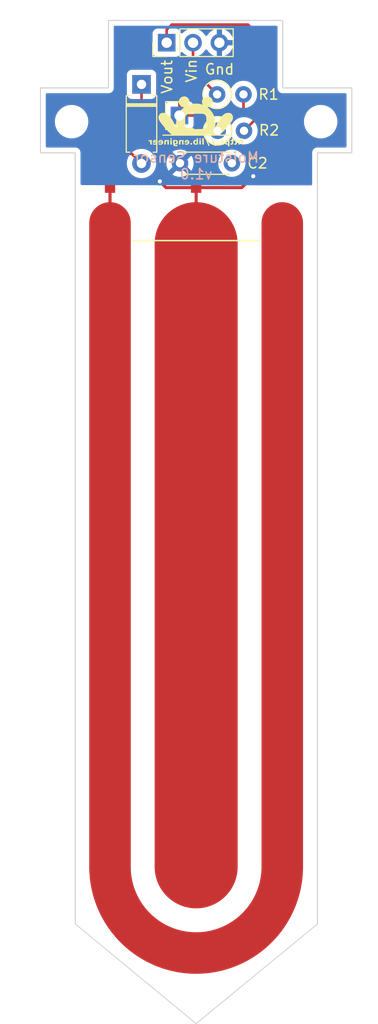
<source format=kicad_pcb>
(kicad_pcb (version 20211014) (generator pcbnew)
  (layers (0 "F.Cu" signal) (31 "B.Cu" power) (34 "B.Paste" user) (35 "F.Paste" user) (36 "B.SilkS" user "B.Silkscreen") (37 "F.SilkS" user "F.Silkscreen") (38 "B.Mask" user) (39 "F.Mask" user) (44 "Edge.Cuts" user))
  (net 0 "")
  (net 1 "GND")
  (net 2 "Net-(D1-Pad1)")
  (net 3 "/Test")
  (net 4 "/Vout")
  (net 5 "/Vin")
  (footprint "Resistor_THT:R_Axial_DIN0207_L6.3mm_D2.5mm_P2.54mm_Vertical" (layer "F.Cu") (at 122.0726 87.6299)
    (fp_text reference "R2" (at 4.9566 -0.0508) (layer "F.SilkS"))
    (fp_text value "100" hide)
    (fp_line (start 1.37 0) (end 1.44 0) (layer "F.SilkS") (width 0.12))
    (fp_circle (center 0 0) (end 1.37 0) (layer "F.SilkS") (width 0.12) (fill none))
    (pad "1" thru_hole circle (at 0 0) (size 1.6 1.6) (drill 0.8) (layers *.Cu *.Mask) (net 2 "Net-(D1-Pad1)"))
    (pad "2" thru_hole oval (at 2.54 0) (size 1.6 1.6) (drill 0.8) (layers *.Cu *.Mask) (net 4 "/Vout"))
  )
  (footprint "lib:Moisture_Capacitor" (layer "F.Cu") (at 120 95.5)
    (fp_text reference "C1" hide)
    (fp_text value "C" hide)
    (fp_line (start -8.3 -1.85) (end -8.3 -0.35) (layer "F.Cu") (width 0.3))
    (fp_line (start 0 3) (end 0 63) (layer "F.Cu") (width 8))
    (fp_line (start 8.3 1) (end 8.3 63) (layer "F.Cu") (width 4))
    (fp_line (start 0 -1.85) (end 0 -0.35) (layer "F.Cu") (width 0.3))
    (fp_line (start -8.3 1) (end -8.3 63) (layer "F.Cu") (width 4))
    (fp_arc (start 8.3 63) (mid 0 71.3) (end -8.3 63) (layer "F.Cu") (width 4))
    (pad "1" smd rect (at -8.3 -2.4) (size 1 1) (layers "F.Cu" "F.Paste" "F.Mask") (net 3 "/Test"))
    (pad "2" smd rect (at 0 -2.4) (size 1 1) (layers "F.Cu" "F.Paste" "F.Mask") (net 1 "GND"))
  )
  (footprint "MountingHole:MountingHole_2.2mm_M2" (layer "F.Cu") (at 108 86.75)
    (fp_text reference "H1" hide)
    (fp_text value "MountingHole" hide)
    (pad "" np_thru_hole circle (at 0 0) (size 2.2 2.2) (drill 2.2) (layers *.Cu *.Mask))
  )
  (footprint "Capacitor_THT:C_Disc_D4.3mm_W1.9mm_P5.00mm" (layer "F.Cu") (at 123.444 90.75 180)
    (fp_text reference "C2" (at -2.4676 0) (layer "F.SilkS"))
    (fp_text value "10pF" hide)
    (fp_line (start 0.23 1.055) (end 0.23 1.07) (layer "F.SilkS") (width 0.12))
    (fp_line (start 4.77 1.055) (end 4.77 1.07) (layer "F.SilkS") (width 0.12))
    (fp_line (start 0.23 1.07) (end 4.77 1.07) (layer "F.SilkS") (width 0.12))
    (fp_line (start 0.23 -1.07) (end 0.23 -1.055) (layer "F.SilkS") (width 0.12))
    (fp_line (start 0.23 -1.07) (end 4.77 -1.07) (layer "F.SilkS") (width 0.12))
    (fp_line (start 4.77 -1.07) (end 4.77 -1.055) (layer "F.SilkS") (width 0.12))
    (pad "1" thru_hole circle (at 0 0 180) (size 1.6 1.6) (drill 0.8) (layers *.Cu *.Mask) (net 4 "/Vout"))
    (pad "2" thru_hole circle (at 5 0 180) (size 1.6 1.6) (drill 0.8) (layers *.Cu *.Mask) (net 1 "GND"))
  )
  (footprint "MountingHole:MountingHole_2.2mm_M2" (layer "F.Cu") (at 132 86.75)
    (fp_text reference "H2" hide)
    (fp_text value "MountingHole" hide)
    (pad "" np_thru_hole circle (at 0 0) (size 2.2 2.2) (drill 2.2) (layers *.Cu *.Mask))
  )
  (footprint "Diode_THT:D_A-405_P7.62mm_Horizontal" (layer "F.Cu") (at 114.7356 83.1595 -90)
    (fp_text reference "D1" hide)
    (fp_text value "D" hide)
    (fp_line (start 1.09 -1.14) (end 1.09 -1.47) (layer "F.SilkS") (width 0.12))
    (fp_line (start 1.09 -1.47) (end 6.53 -1.47) (layer "F.SilkS") (width 0.12))
    (fp_line (start 2.11 -1.47) (end 2.11 1.47) (layer "F.SilkS") (width 0.12))
    (fp_line (start 1.09 1.14) (end 1.09 1.47) (layer "F.SilkS") (width 0.12))
    (fp_line (start 6.53 1.47) (end 6.53 1.14) (layer "F.SilkS") (width 0.12))
    (fp_line (start 6.53 -1.47) (end 6.53 -1.14) (layer "F.SilkS") (width 0.12))
    (fp_line (start 1.09 1.47) (end 6.53 1.47) (layer "F.SilkS") (width 0.12))
    (fp_line (start 1.99 -1.47) (end 1.99 1.47) (layer "F.SilkS") (width 0.12))
    (fp_line (start 1.87 -1.47) (end 1.87 1.47) (layer "F.SilkS") (width 0.12))
    (pad "1" thru_hole rect (at 0 0 270) (size 1.8 1.8) (drill 0.9) (layers *.Cu *.Mask) (net 2 "Net-(D1-Pad1)"))
    (pad "2" thru_hole oval (at 7.62 0 270) (size 1.8 1.8) (drill 0.9) (layers *.Cu *.Mask) (net 3 "/Test"))
  )
  (footprint "Connector_PinHeader_2.54mm:PinHeader_1x03_P2.54mm_Vertical" (layer "F.Cu") (at 117.1598 79.1463 90)
    (fp_text reference "J1" hide)
    (fp_text value "Conn_01x03_Male" hide)
    (fp_line (start -1.33 1.27) (end 1.33 1.27) (layer "F.SilkS") (width 0.12))
    (fp_line (start -1.33 1.27) (end -1.33 6.41) (layer "F.SilkS") (width 0.12))
    (fp_line (start 1.33 1.27) (end 1.33 6.41) (layer "F.SilkS") (width 0.12))
    (fp_line (start -1.33 6.41) (end 1.33 6.41) (layer "F.SilkS") (width 0.12))
    (fp_line (start -1.33 0) (end -1.33 -1.33) (layer "F.SilkS") (width 0.12))
    (fp_line (start -1.33 -1.33) (end 0 -1.33) (layer "F.SilkS") (width 0.12))
    (pad "1" thru_hole rect (at 0 0 90) (size 1.7 1.7) (drill 1) (layers *.Cu *.Mask) (net 4 "/Vout"))
    (pad "2" thru_hole oval (at 0 2.54 90) (size 1.7 1.7) (drill 1) (layers *.Cu *.Mask) (net 5 "/Vin"))
    (pad "3" thru_hole oval (at 0 5.08 90) (size 1.7 1.7) (drill 1) (layers *.Cu *.Mask) (net 1 "GND"))
  )
  (footprint "Connector_PinHeader_2.54mm:PinHeader_1x01_P2.54mm_Vertical" (layer "F.Cu") (at 118.3932 86.1567)
    (fp_text reference "J2" hide)
    (fp_text value "Conn_01x01_Male" hide)
    (fp_line (start 1.33 1.27) (end 1.33 1.33) (layer "F.SilkS") (width 0.12))
    (fp_line (start -1.33 -1.33) (end 0 -1.33) (layer "F.SilkS") (width 0.12))
    (fp_line (start -1.33 1.33) (end 1.33 1.33) (layer "F.SilkS") (width 0.12))
    (fp_line (start -1.33 1.27) (end 1.33 1.27) (layer "F.SilkS") (width 0.12))
    (fp_line (start -1.33 1.27) (end -1.33 1.33) (layer "F.SilkS") (width 0.12))
    (fp_line (start -1.33 0) (end -1.33 -1.33) (layer "F.SilkS") (width 0.12))
    (pad "1" thru_hole rect (at 0 0) (size 1.7 1.7) (drill 1) (layers *.Cu *.Mask) (net 3 "/Test"))
  )
  (footprint "Resistor_THT:R_Axial_DIN0207_L6.3mm_D2.5mm_P2.54mm_Vertical" (layer "F.Cu") (at 122.0218 84.1247)
    (fp_text reference "R1" (at 4.9566 0) (layer "F.SilkS"))
    (fp_text value "1M" hide)
    (fp_line (start 1.37 0) (end 1.44 0) (layer "F.SilkS") (width 0.12))
    (fp_circle (center 0 0) (end 1.37 0) (layer "F.SilkS") (width 0.12) (fill none))
    (pad "1" thru_hole circle (at 0 0) (size 1.6 1.6) (drill 0.8) (layers *.Cu *.Mask) (net 5 "/Vin"))
    (pad "2" thru_hole oval (at 2.54 0) (size 1.6 1.6) (drill 0.8) (layers *.Cu *.Mask) (net 3 "/Test"))
  )
  (footprint "lib:eFrog-pcb-bottom" (layer "B.Cu") (at 120 86.75 180)
    (fp_text reference "G***" hide)
    (fp_text value "LOGO" hide)
    (fp_poly (pts (xy -0.040894 -1.808857) (xy 0.014864 -1.780024) (xy 0.094817 -1.753768) (xy 0.165942 -1.76356) (xy 0.21609 -1.795235) (xy 0.254508 -1.850118) (xy 0.27609 -1.926173) (xy 0.279211 -2.009969) (xy 0.262247 -2.088078) (xy 0.253802 -2.106857) (xy 0.215041 -2.15617) (xy 0.160428 -2.195505) (xy 0.100543 -2.22037) (xy 0.045968 -2.226275) (xy 0.00914 -2.210699) (xy -0.01611 -2.203751) (xy -0.064577 -2.201415) (xy -0.088504 -2.20212) (xy -0.173186 -2.206503) (xy -0.173186 -2.110268) (xy -0.040894 -2.110268) (xy 0.024587 -2.110268) (xy 0.080264 -2.100973) (xy 0.110725 -2.07167) (xy 0.124659 -2.021372) (xy 0.12436 -1.961706) (xy 0.111536 -1.908329) (xy 0.089598 -1.877888) (xy 0.049332 -1.867992) (xy 0.009278 -1.87161) (xy -0.018659 -1.881345) (xy -0.033682 -1.899258) (xy -0.039768 -1.935309) (xy -0.040894 -1.997235) (xy -0.040894 -2.110268) (xy -0.173186 -2.110268) (xy -0.173186 -1.6) (xy -0.040894 -1.6)) (layer "F.SilkS") (width 0) (fill solid))
    (fp_poly (pts (xy -0.305477 -2.204762) (xy -0.456668 -2.204762) (xy -0.456668 -1.770089) (xy -0.305477 -1.770089)) (layer "F.SilkS") (width 0) (fill solid))
    (fp_poly (pts (xy 4.014807 -1.758998) (xy 4.092736 -1.790198) (xy 4.146192 -1.847099) (xy 4.171786 -1.927044) (xy 4.173541 -1.958139) (xy 4.173541 -2.015774) (xy 4.012901 -2.015774) (xy 3.928042 -2.017526) (xy 3.87722 -2.024032) (xy 3.856782 -2.037169) (xy 3.863076 -2.058811) (xy 3.883582 -2.082193) (xy 3.92443 -2.100703) (xy 3.989127 -2.10613) (xy 4.066063 -2.098474) (xy 4.131018 -2.082147) (xy 4.160792 -2.076783) (xy 4.172065 -2.094214) (xy 4.173541 -2.125114) (xy 4.166576 -2.168155) (xy 4.138309 -2.193131) (xy 4.114024 -2.202913) (xy 4.026178 -2.22038) (xy 3.930826 -2.219008) (xy 3.847657 -2.199214) (xy 3.842811 -2.197155) (xy 3.770129 -2.153058) (xy 3.727954 -2.094551) (xy 3.711293 -2.013655) (xy 3.71052 -1.985805) (xy 3.713622 -1.921202) (xy 3.723946 -1.887522) (xy 3.859368 -1.887522) (xy 3.862042 -1.908327) (xy 3.900158 -1.919597) (xy 3.935731 -1.92128) (xy 3.992597 -1.917615) (xy 4.018727 -1.905224) (xy 4.02235 -1.893292) (xy 4.006164 -1.868552) (xy 3.967937 -1.852416) (xy 3.923166 -1.84906) (xy 3.892983 -1.858426) (xy 3.859368 -1.887522) (xy 3.723946 -1.887522) (xy 3.726994 -1.877579) (xy 3.75674 -1.838352) (xy 3.769642 -1.825087) (xy 3.830956 -1.778896) (xy 3.904745 -1.757543) (xy 3.915795 -1.756155)) (layer "F.SilkS") (width 0) (fill solid))
    (fp_poly (pts (xy -1.987471 -1.92128) (xy -2.157561 -1.92128) (xy -2.157561 -1.770089) (xy -1.987471 -1.770089)) (layer "F.SilkS") (width 0) (fill solid))
    (fp_poly (pts (xy 2.491547 -2.204762) (xy 2.340356 -2.204762) (xy 2.340356 -1.770089) (xy 2.491547 -1.770089)) (layer "F.SilkS") (width 0) (fill solid))
    (fp_poly (pts (xy 0.544969 -2.204762) (xy 0.393779 -2.204762) (xy 0.393779 -2.053571) (xy 0.544969 -2.053571)) (layer "F.SilkS") (width 0) (fill solid))
    (fp_poly (pts (xy -1.458344 -1.603802) (xy -1.439533 -1.612467) (xy -1.439406 -1.613489) (xy -1.446442 -1.635016) (xy -1.466069 -1.685802) (xy -1.496061 -1.760332) (xy -1.534194 -1.853093) (xy -1.578244 -1.958569) (xy -1.586634 -1.978488) (xy -1.636773 -2.096971) (xy -1.674984 -2.185167) (xy -1.703945 -2.247648) (xy -1.726335 -2.288989) (xy -1.744831 -2.313764) (xy -1.762112 -2.326545) (xy -1.780855 -2.331908) (xy -1.79452 -2.333526) (xy -1.835686 -2.333419) (xy -1.854525 -2.325209) (xy -1.854655 -2.324077) (xy -1.847463 -2.30271) (xy -1.827705 -2.252063) (xy -1.797613 -2.177637) (xy -1.759413 -2.084933) (xy -1.715337 -1.979454) (xy -1.706758 -1.959077) (xy -1.656582 -1.840468) (xy -1.618321 -1.752158) (xy -1.58931 -1.689576) (xy -1.566883 -1.648151) (xy -1.548373 -1.62331) (xy -1.531114 -1.610482) (xy -1.512439 -1.605095) (xy -1.499396 -1.603527)) (layer "F.SilkS") (width 0) (fill solid))
    (fp_poly (pts (xy 3.474617 -1.757722) (xy 3.549643 -1.790277) (xy 3.606134 -1.847704) (xy 3.637181 -1.926825) (xy 3.638825 -1.937295) (xy 3.649351 -2.015774) (xy 3.486222 -2.015774) (xy 3.403566 -2.017189) (xy 3.35279 -2.022054) (xy 3.328059 -2.031301) (xy 3.323094 -2.041808) (xy 3.339653 -2.08141) (xy 3.387414 -2.10339) (xy 3.463507 -2.106483) (xy 3.469014 -2.106031) (xy 3.53015 -2.098224) (xy 3.579284 -2.087787) (xy 3.592402 -2.08325) (xy 3.615407 -2.078997) (xy 3.624411 -2.09997) (xy 3.625475 -2.127612) (xy 3.617441 -2.174754) (xy 3.5873 -2.200922) (xy 3.576998 -2.20523) (xy 3.501362 -2.220746) (xy 3.411428 -2.220746) (xy 3.326654 -2.20612) (xy 3.28904 -2.192046) (xy 3.223711 -2.141232) (xy 3.184263 -2.071918) (xy 3.170533 -1.992998) (xy 3.182358 -1.913364) (xy 3.18611 -1.906161) (xy 3.323094 -1.906161) (xy 3.339993 -1.915179) (xy 3.382746 -1.920587) (xy 3.408139 -1.92128) (xy 3.458867 -1.918276) (xy 3.489288 -1.910675) (xy 3.493184 -1.906161) (xy 3.476972 -1.874786) (xy 3.438816 -1.851366) (xy 3.408139 -1.845684) (xy 3.364019 -1.857212) (xy 3.331083 -1.884346) (xy 3.323094 -1.906161) (xy 3.18611 -1.906161) (xy 3.219576 -1.841912) (xy 3.282024 -1.787533) (xy 3.296589 -1.779931) (xy 3.387963 -1.753215)) (layer "F.SilkS") (width 0) (fill solid))
    (fp_poly (pts (xy 2.464424 -1.602239) (xy 2.485972 -1.614372) (xy 2.491427 -1.644522) (xy 2.491547 -1.656696) (xy 2.488561 -1.693051) (xy 2.472384 -1.709212) (xy 2.432184 -1.713303) (xy 2.415951 -1.713393) (xy 2.367479 -1.711154) (xy 2.345931 -1.699021) (xy 2.340475 -1.668871) (xy 2.340356 -1.656696) (xy 2.343341 -1.620342) (xy 2.359518 -1.604181) (xy 2.399719 -1.600089) (xy 2.415951 -1.6)) (layer "F.SilkS") (width 0) (fill solid))
    (fp_poly (pts (xy -3.863178 -1.641381) (xy -3.816087 -1.648617) (xy -3.794611 -1.666852) (xy -3.786572 -1.706759) (xy -3.786385 -1.708668) (xy -3.778492 -1.75032) (xy -3.757455 -1.767108) (xy -3.715515 -1.770089) (xy -3.671303 -1.773775) (xy -3.653423 -1.790252) (xy -3.650566 -1.817336) (xy -3.655508 -1.849287) (xy -3.677748 -1.862368) (xy -3.716712 -1.864583) (xy -3.782858 -1.864583) (xy -3.782858 -2.110268) (xy -3.716712 -2.110268) (xy -3.671869 -2.113908) (xy -3.653534 -2.129836) (xy -3.650566 -2.155493) (xy -3.661717 -2.194937) (xy -3.68046 -2.212189) (xy -3.738898 -2.222495) (xy -3.807521 -2.219019) (xy -3.864157 -2.203076) (xy -3.867903 -2.201078) (xy -3.900073 -2.17918) (xy -3.919655 -2.152054) (xy -3.929732 -2.110366) (xy -3.933383 -2.044783) (xy -3.933759 -2.0016) (xy -3.935496 -1.928232) (xy -3.941279 -1.885693) (xy -3.952546 -1.867103) (xy -3.962397 -1.864583) (xy -3.985197 -1.848154) (xy -3.990745 -1.817336) (xy -3.980888 -1.779337) (xy -3.962397 -1.770089) (xy -3.941596 -1.756004) (xy -3.934136 -1.710802) (xy -3.934049 -1.702803) (xy -3.93187 -1.659024) (xy -3.917879 -1.641319) (xy -3.880893 -1.639995)) (layer "F.SilkS") (width 0) (fill solid))
    (fp_poly (pts (xy -4.368721 -1.805645) (xy -4.31675 -1.778534) (xy -4.250303 -1.754197) (xy -4.188878 -1.759027) (xy -4.153215 -1.772694) (xy -4.113398 -1.803589) (xy -4.086618 -1.856773) (xy -4.071422 -1.936997) (xy -4.066354 -2.04901) (xy -4.06634 -2.056391) (xy -4.06634 -2.204762) (xy -4.217531 -2.204762) (xy -4.217531 -2.064371) (xy -4.223762 -1.965968) (xy -4.242181 -1.901216) (xy -4.27238 -1.870996) (xy -4.306558 -1.872946) (xy -4.341875 -1.882558) (xy -4.351368 -1.883482) (xy -4.35921 -1.90093) (xy -4.365207 -1.947489) (xy -4.368423 -2.014486) (xy -4.368721 -2.044122) (xy -4.368721 -2.204762) (xy -4.519912 -2.204762) (xy -4.519912 -1.6) (xy -4.368721 -1.6)) (layer "F.SilkS") (width 0) (fill solid))
    (fp_poly (pts (xy 2.045627 -1.761905) (xy 2.075502 -1.764012) (xy 2.226963 -1.775691) (xy 2.226858 -1.966603) (xy 2.223808 -2.100103) (xy 2.212921 -2.200702) (xy 2.191339 -2.272967) (xy 2.156205 -2.321464) (xy 2.104662 -2.35076) (xy 2.033851 -2.365422) (xy 1.974882 -2.36931) (xy 1.904572 -2.370138) (xy 1.847894 -2.368079) (xy 1.816608 -2.363577) (xy 1.815914 -2.363293) (xy 1.798661 -2.338636) (xy 1.792291 -2.299473) (xy 1.792291 -2.246144) (xy 1.908552 -2.256686) (xy 1.975645 -2.260953) (xy 2.016046 -2.257312) (xy 2.040364 -2.243943) (xy 2.050293 -2.232383) (xy 2.072945 -2.194258) (xy 2.066444 -2.179845) (xy 2.029825 -2.187668) (xy 2.022687 -2.190285) (xy 1.94335 -2.203432) (xy 1.867268 -2.186976) (xy 1.806218 -2.144305) (xy 1.790337 -2.123416) (xy 1.765032 -2.056547) (xy 1.758723 -1.984996) (xy 1.905684 -1.984996) (xy 1.918364 -2.049726) (xy 1.954438 -2.085355) (xy 2.010958 -2.089886) (xy 2.045879 -2.079898) (xy 2.064774 -2.06085) (xy 2.074004 -2.017432) (xy 2.075773 -1.966505) (xy 2.074732 -1.90781) (xy 2.06821 -1.877519) (xy 2.051106 -1.866241) (xy 2.020426 -1.864583) (xy 1.957116 -1.879754) (xy 1.917886 -1.92313) (xy 1.905684 -1.984996) (xy 1.758723 -1.984996) (xy 1.75794 -1.97611) (xy 1.768417 -1.897025) (xy 1.795815 -1.83421) (xy 1.803271 -1.82491) (xy 1.843341 -1.789345) (xy 1.891134 -1.768322) (xy 1.955585 -1.759842)) (layer "F.SilkS") (width 0) (fill solid))
    (fp_poly (pts (xy 2.987675 -1.761512) (xy 2.991518 -1.76293) (xy 3.032801 -1.79699) (xy 3.060453 -1.863072) (xy 3.074899 -1.962561) (xy 3.07741 -2.043183) (xy 3.07741 -2.204762) (xy 2.926219 -2.204762) (xy 2.926219 -2.054236) (xy 2.922403 -1.963724) (xy 2.909145 -1.90605) (xy 2.88373 -1.876859) (xy 2.843443 -1.871795) (xy 2.815882 -1.877207) (xy 2.795869 -1.885381) (xy 2.783721 -1.90239) (xy 2.777498 -1.936258) (xy 2.775262 -1.995009) (xy 2.775029 -2.046326) (xy 2.775029 -2.204762) (xy 2.623838 -2.204762) (xy 2.623838 -1.770089) (xy 2.699434 -1.770089) (xy 2.746775 -1.774033) (xy 2.773103 -1.783884) (xy 2.775029 -1.787867) (xy 2.789229 -1.79264) (xy 2.823739 -1.780201) (xy 2.827 -1.778534) (xy 2.909352 -1.75295)) (layer "F.SilkS") (width 0) (fill solid))
    (fp_poly (pts (xy 1.564345 -1.763112) (xy 1.605934 -1.78729) (xy 1.626506 -1.807122) (xy 1.640061 -1.832166) (xy 1.648465 -1.87071) (xy 1.653587 -1.931044) (xy 1.657045 -2.014076) (xy 1.663541 -2.204762) (xy 1.508809 -2.204762) (xy 1.508809 -2.054236) (xy 1.504992 -1.963724) (xy 1.491734 -1.90605) (xy 1.466319 -1.876859) (xy 1.426032 -1.871795) (xy 1.398471 -1.877207) (xy 1.378459 -1.885381) (xy 1.36631 -1.90239) (xy 1.360087 -1.936258) (xy 1.357852 -1.995009) (xy 1.357618 -2.046326) (xy 1.357618 -2.204762) (xy 1.206428 -2.204762) (xy 1.206428 -1.770089) (xy 1.282023 -1.770089) (xy 1.329364 -1.774033) (xy 1.355692 -1.783884) (xy 1.357618 -1.787867) (xy 1.371818 -1.79264) (xy 1.406329 -1.780201) (xy 1.40959 -1.778534) (xy 1.489966 -1.753519)) (layer "F.SilkS") (width 0) (fill solid))
    (fp_poly (pts (xy -0.3326 -1.602239) (xy -0.311052 -1.614372) (xy -0.305596 -1.644522) (xy -0.305477 -1.656696) (xy -0.308462 -1.693051) (xy -0.324639 -1.709212) (xy -0.36484 -1.713303) (xy -0.381072 -1.713393) (xy -0.429545 -1.711154) (xy -0.451093 -1.699021) (xy -0.456548 -1.668871) (xy -0.456668 -1.656696) (xy -0.453682 -1.620342) (xy -0.437506 -1.604181) (xy -0.397305 -1.600089) (xy -0.381072 -1.6)) (layer "F.SilkS") (width 0) (fill solid))
    (fp_poly (pts (xy -3.450975 -1.6398) (xy -3.429465 -1.652164) (xy -3.42395 -1.684425) (xy -3.423781 -1.703943) (xy -3.420855 -1.748276) (xy -3.404349 -1.766458) (xy -3.36267 -1.770081) (xy -3.357635 -1.770089) (xy -3.312903 -1.773619) (xy -3.294591 -1.789504) (xy -3.291489 -1.817336) (xy -3.296341 -1.849132) (xy -3.31828 -1.862264) (xy -3.358537 -1.864583) (xy -3.425584 -1.864583) (xy -3.419958 -1.982701) (xy -3.416136 -2.047137) (xy -3.409166 -2.082969) (xy -3.3941 -2.099348) (xy -3.365991 -2.105426) (xy -3.35291 -2.10674) (xy -3.309503 -2.116169) (xy -3.292991 -2.138584) (xy -3.291489 -2.15669) (xy -3.307617 -2.195914) (xy -3.350368 -2.219042) (xy -3.41129 -2.224066) (xy -3.481933 -2.20898) (xy -3.493416 -2.20463) (xy -3.534451 -2.17735) (xy -3.560013 -2.131105) (xy -3.57258 -2.059338) (xy -3.574971 -1.988668) (xy -3.576831 -1.919368) (xy -3.583483 -1.880692) (xy -3.596536 -1.8656) (xy -3.603319 -1.864583) (xy -3.626119 -1.848154) (xy -3.631668 -1.817336) (xy -3.62181 -1.779337) (xy -3.603319 -1.770089) (xy -3.582353 -1.755746) (xy -3.575023 -1.709968) (xy -3.574971 -1.703943) (xy -3.572683 -1.661593) (xy -3.558552 -1.642772) (xy -3.521682 -1.637945) (xy -3.499376 -1.637798)) (layer "F.SilkS") (width 0) (fill solid))
    (fp_poly (pts (xy -0.588959 -2.204762) (xy -0.74015 -2.204762) (xy -0.74015 -1.6) (xy -0.588959 -1.6)) (layer "F.SilkS") (width 0) (fill solid))
    (fp_poly (pts (xy -2.367477 -1.762728) (xy -2.302593 -1.784054) (xy -2.27231 -1.817508) (xy -2.274722 -1.865439) (xy -2.277531 -1.873365) (xy -2.289711 -1.887445) (xy -2.316555 -1.886713) (xy -2.366239 -1.871642) (xy -2.434506 -1.855709) (xy -2.486133 -1.858364) (xy -2.513862 -1.878636) (xy -2.516638 -1.89179) (xy -2.499476 -1.910507) (xy -2.454872 -1.925859) (xy -2.438676 -1.928916) (xy -2.356006 -1.948367) (xy -2.30318 -1.977626) (xy -2.272638 -2.021075) (xy -2.270517 -2.026372) (xy -2.263292 -2.088679) (xy -2.287875 -2.142374) (xy -2.338729 -2.184677) (xy -2.410316 -2.212808) (xy -2.4971 -2.223987) (xy -2.593542 -2.215434) (xy -2.630031 -2.20686) (xy -2.665594 -2.187145) (xy -2.681417 -2.146372) (xy -2.68339 -2.130594) (xy -2.684749 -2.088839) (xy -2.674311 -2.075965) (xy -2.655042 -2.080645) (xy -2.555388 -2.113045) (xy -2.481293 -2.123962) (xy -2.435178 -2.113067) (xy -2.4326 -2.111103) (xy -2.412721 -2.090848) (xy -2.415893 -2.076576) (xy -2.447051 -2.063938) (xy -2.500992 -2.050836) (xy -2.586037 -2.025559) (xy -2.638561 -1.992919) (xy -2.663715 -1.948633) (xy -2.667828 -1.912131) (xy -2.65143 -1.843164) (xy -2.605198 -1.792333) (xy -2.533581 -1.761849) (xy -2.441025 -1.753925)) (layer "F.SilkS") (width 0) (fill solid))
    (fp_poly (pts (xy -0.931327 2.413093) (xy -0.81283 2.361384) (xy -0.709668 2.281363) (xy -0.627851 2.175145) (xy -0.601979 2.124755) (xy -0.573882 2.029385) (xy -0.563453 1.918599) (xy -0.570953 1.80871) (xy -0.595531 1.718564) (xy -0.61376 1.672102) (xy -0.621886 1.642985) (xy -0.621469 1.639008) (xy -0.601925 1.64117) (xy -0.556641 1.652524) (xy -0.501469 1.668772) (xy -0.268889 1.722997) (xy -0.025794 1.743752) (xy 0.229677 1.730992) (xy 0.499387 1.68467) (xy 0.672607 1.639649) (xy 0.715201 1.627251) (xy 0.677747 1.709794) (xy 0.642493 1.831162) (xy 0.640041 1.959351) (xy 0.668551 2.086063) (xy 0.72618 2.203004) (xy 0.808674 2.299716) (xy 0.903604 2.371978) (xy 1.000041 2.414216) (xy 1.111935 2.431888) (xy 1.149731 2.433205) (xy 1.284884 2.417853) (xy 1.40567 2.371118) (xy 1.508616 2.29781) (xy 1.590246 2.202741) (xy 1.647086 2.090721) (xy 1.675661 1.966561) (xy 1.672497 1.835072) (xy 1.649524 1.74121) (xy 1.592468 1.629236) (xy 1.506197 1.531638) (xy 1.398464 1.454922) (xy 1.277023 1.405591) (xy 1.23944 1.39717) (xy 1.168508 1.384276) (xy 1.339292 1.221754) (xy 1.525749 1.02049) (xy 1.677418 0.804883) (xy 1.794066 0.575458) (xy 1.87546 0.33274) (xy 1.921367 0.077255) (xy 1.932334 -0.116443) (xy 1.931809 -0.218765) (xy 1.92907 -0.319828) (xy 1.924589 -0.406563) (xy 1.920093 -0.456622) (xy 1.906154 -0.570015) (xy 2.081432 -0.229836) (xy 2.16044 -0.077774) (xy 2.226506 0.04607) (xy 2.283069 0.147542) (xy 2.333563 0.23249) (xy 2.381427 0.306759) (xy 2.430096 0.376197) (xy 2.466006 0.42443) (xy 2.602233 0.584004) (xy 2.740663 0.706297) (xy 2.882311 0.791808) (xy 3.028187 0.841036) (xy 3.179306 0.85448) (xy 3.308189 0.839079) (xy 3.392412 0.815806) (xy 3.455513 0.781395) (xy 3.507394 0.727872) (xy 3.557955 0.64726) (xy 3.566921 0.630684) (xy 3.603092 0.55528) (xy 3.621952 0.490528) (xy 3.628636 0.416669) (xy 3.629024 0.391742) (xy 3.625127 0.323049) (xy 3.611106 0.254391) (xy 3.584676 0.181682) (xy 3.543553 0.100834) (xy 3.485454 0.007761) (xy 3.408094 -0.101626) (xy 3.309189 -0.231413) (xy 3.213017 -0.352679) (xy 3.060397 -0.539417) (xy 2.922478 -0.700443) (xy 2.793611 -0.841897) (xy 2.668148 -0.969919) (xy 2.540439 -1.090649) (xy 2.502987 -1.124449) (xy 2.372687 -1.240923) (xy 3.247499 -1.240923) (xy 3.247499 -1.354315) (xy -3.178096 -1.354315) (xy -3.178096 -1.241619) (xy -2.309336 -1.231473) (xy -2.490261 -1.064945) (xy -2.618863 -0.942605) (xy -2.743034 -0.815678) (xy -2.868404 -0.677898) (xy -3.000601 -0.523001) (xy -3.145255 -0.34472) (xy -3.203083 -0.271549) (xy -3.303719 -0.142102) (xy -3.382654 -0.036688) (xy -3.442602 0.04951) (xy -3.48628 0.121311) (xy -3.516405 0.183532) (xy -3.535693 0.24099) (xy -3.54686 0.298504) (xy -3.551698 0.346746) (xy -3.552361 0.457209) (xy -3.533577 0.549402) (xy -3.490964 0.638799) (xy -3.452525 0.696986) (xy -3.396385 0.763101) (xy -3.333149 0.807502) (xy -3.252972 0.835033) (xy -3.14601 0.850538) (xy -3.139312 0.851125) (xy -2.984339 0.845831) (xy -2.834273 0.80308) (xy -2.689168 0.722899) (xy -2.549074 0.605314) (xy -2.441043 0.484834) (xy -2.367222 0.388756) (xy -2.296258 0.28672) (xy -2.224668 0.172934) (xy -2.148971 0.041604) (xy -2.065687 -0.11306) (xy -1.971819 -0.29589) (xy -1.923249 -0.391278) (xy -1.881851 -0.470902) (xy -1.850014 -0.530308) (xy -1.830128 -0.565044) (xy -1.824582 -0.570657) (xy -1.824745 -0.570015) (xy -1.839337 -0.497142) (xy -1.85185 -0.399183) (xy -1.86134 -0.288833) (xy -1.866859 -0.178784) (xy -1.867462 -0.081733) (xy -1.864829 -0.032293) (xy -1.857688 0.014834) (xy -0.985729 0.014834) (xy -0.985619 -0.117863) (xy -0.984818 -0.218731) (xy -0.982738 -0.29374) (xy -0.978793 -0.34886) (xy -0.972397 -0.390059) (xy -0.962961 -0.423306) (xy -0.949899 -0.454571) (xy -0.936961 -0.481131) (xy -0.899035 -0.544005) (xy -0.855151 -0.598185) (xy -0.830465 -0.620237) (xy -0.79728 -0.642834) (xy -0.764676 -0.661294) (xy -0.72857 -0.676042) (xy -0.684882 -0.687499) (xy -0.629529 -0.696089) (xy -0.55843 -0.702233) (xy -0.467504 -0.706354) (xy -0.35267 -0.708875) (xy -0.209845 -0.710219) (xy -0.034948 -0.710807) (xy 0.045487 -0.710926) (xy 0.72718 -0.711756) (xy 0.82967 -0.659784) (xy 0.931718 -0.590457) (xy 0.933087 -0.588914) (xy 1.886785 -0.588914) (xy 1.896234 -0.598363) (xy 1.905684 -0.588914) (xy 1.896234 -0.579464) (xy 1.886785 -0.588914) (xy 0.933087 -0.588914) (xy 0.988974 -0.525923) (xy 1.045788 -0.444033) (xy 1.051809 -0.015655) (xy 1.053431 0.141369) (xy 1.052863 0.265804) (xy 1.049334 0.362831) (xy 1.042074 0.437632) (xy 1.030311 0.495388) (xy 1.013274 0.541281) (xy 0.990194 0.580493) (xy 0.9603 0.618205) (xy 0.956955 0.622037) (xy 0.926589 0.656173) (xy 0.898503 0.684269) (xy 0.868835 0.706912) (xy 0.833717 0.724692) (xy 0.789284 0.738195) (xy 0.731672 0.748011) (xy 0.657014 0.754726) (xy 0.561446 0.75893) (xy 0.441103 0.761209) (xy 0.292118 0.762154) (xy 0.110627 0.76235) (xy 0.034701 0.762351) (xy -0.150206 0.762253) (xy -0.301219 0.761836) (xy -0.422241 0.76092) (xy -0.517174 0.759324) (xy -0.589923 0.756868) (xy -0.644389 0.75337) (xy -0.684477 0.74865) (xy -0.714089 0.742526) (xy -0.737127 0.734818) (xy -0.756866 0.725667) (xy -0.840426 0.66776) (xy -0.911216 0.590397) (xy -0.958589 0.505889) (xy -0.965799 0.48411) (xy -0.971818 0.443721) (xy -0.977108 0.372418) (xy -0.981376 0.27708) (xy -0.98433 0.164588) (xy -0.985677 0.041822) (xy -0.985729 0.014834) (xy -1.857688 0.014834) (xy -1.823056 0.243385) (xy -1.749294 0.499315) (xy -1.642835 0.736963) (xy -1.50297 0.957798) (xy -1.32899 1.16329) (xy -1.250648 1.240616) (xy -1.101891 1.380556) (xy -1.209528 1.410481) (xy -1.336862 1.462777) (xy -1.44008 1.53878) (xy -1.51859 1.633262) (xy -1.571802 1.740996) (xy -1.599126 1.856756) (xy -1.599971 1.975314) (xy -1.573747 2.091442) (xy -1.519864 2.199914) (xy -1.437731 2.295503) (xy -1.326757 2.37298) (xy -1.318718 2.377169) (xy -1.190282 2.423102) (xy -1.059148 2.434371)) (layer "F.SilkS") (width 0) (fill solid))
    (fp_poly (pts (xy 4.395529 -1.774483) (xy 4.417362 -1.789453) (xy 4.419225 -1.799509) (xy 4.422641 -1.818364) (xy 4.43958 -1.813926) (xy 4.461228 -1.799509) (xy 4.509579 -1.776746) (xy 4.546273 -1.770089) (xy 4.575733 -1.776019) (xy 4.587617 -1.801031) (xy 4.589314 -1.835148) (xy 4.586928 -1.876114) (xy 4.572732 -1.895897) (xy 4.536177 -1.903807) (xy 4.508995 -1.906019) (xy 4.428675 -1.91183) (xy 4.417635 -2.204762) (xy 4.268035 -2.204762) (xy 4.268035 -1.770089) (xy 4.34363 -1.770089)) (layer "F.SilkS") (width 0) (fill solid))
    (fp_poly (pts (xy 0.994866 -1.770401) (xy 1.057322 -1.816146) (xy 1.098643 -1.883346) (xy 1.111934 -1.959967) (xy 1.111934 -2.015774) (xy 0.951294 -2.015774) (xy 0.878704 -2.01768) (xy 0.823185 -2.022766) (xy 0.793413 -2.030085) (xy 0.790654 -2.033323) (xy 0.802741 -2.059162) (xy 0.82241 -2.082627) (xy 0.854062 -2.102288) (xy 0.902348 -2.108126) (xy 0.949976 -2.105343) (xy 1.012476 -2.097378) (xy 1.063016 -2.087354) (xy 1.078861 -2.082365) (xy 1.102205 -2.078975) (xy 1.111076 -2.101363) (xy 1.111934 -2.125296) (xy 1.104928 -2.168238) (xy 1.076549 -2.193201) (xy 1.052417 -2.202913) (xy 0.964571 -2.22038) (xy 0.869219 -2.219008) (xy 0.78605 -2.199214) (xy 0.781204 -2.197155) (xy 0.705115 -2.14749) (xy 0.660378 -2.077784) (xy 0.645895 -2.011816) (xy 0.650111 -1.923627) (xy 0.667876 -1.887522) (xy 0.797761 -1.887522) (xy 0.800434 -1.908327) (xy 0.838551 -1.919597) (xy 0.874123 -1.92128) (xy 0.93099 -1.917615) (xy 0.95712 -1.905224) (xy 0.960743 -1.893292) (xy 0.944557 -1.868552) (xy 0.90633 -1.852416) (xy 0.861559 -1.84906) (xy 0.831376 -1.858426) (xy 0.797761 -1.887522) (xy 0.667876 -1.887522) (xy 0.684824 -1.853076) (xy 0.751202 -1.79428) (xy 0.834754 -1.756229) (xy 0.918327 -1.749349)) (layer "F.SilkS") (width 0) (fill solid))
    (fp_poly (pts (xy -1.987471 -2.204762) (xy -2.157561 -2.204762) (xy -2.157561 -2.053571) (xy -1.987471 -2.053571)) (layer "F.SilkS") (width 0) (fill solid))
    (fp_poly (pts (xy -2.862265 -1.764125) (xy -2.804684 -1.806524) (xy -2.765021 -1.878387) (xy -2.752233 -1.931275) (xy -2.752351 -2.025583) (xy -2.78008 -2.107312) (xy -2.830444 -2.170526) (xy -2.898469 -2.209288) (xy -2.979179 -2.217659) (xy -2.990903 -2.216116) (xy -3.064703 -2.204315) (xy -3.064703 -2.374851) (xy -3.215894 -2.374851) (xy -3.215894 -1.998897) (xy -3.064703 -1.998897) (xy -3.063895 -2.06096) (xy -3.058477 -2.094216) (xy -3.043959 -2.107651) (xy -3.015852 -2.110256) (xy -3.009079 -2.110268) (xy -2.950403 -2.093905) (xy -2.924034 -2.068265) (xy -2.900223 -2.011899) (xy -2.898992 -1.952957) (xy -2.917424 -1.90216) (xy -2.952601 -1.870232) (xy -2.979463 -1.864583) (xy -3.024562 -1.870449) (xy -3.050656 -1.892975) (xy -3.062435 -1.939551) (xy -3.064703 -1.998897) (xy -3.215894 -1.998897) (xy -3.215894 -1.770089) (xy -3.140299 -1.770089) (xy -3.092957 -1.774033) (xy -3.066629 -1.783884) (xy -3.064703 -1.787867) (xy -3.050503 -1.79264) (xy -3.015993 -1.780201) (xy -3.012732 -1.778534) (xy -2.933151 -1.753893)) (layer "F.SilkS") (width 0) (fill solid))
    (fp_poly (pts (xy -0.901225 -1.67087) (xy -0.918382 -1.71203) (xy -0.947061 -1.780438) (xy -0.98408 -1.868522) (xy -1.026257 -1.968708) (xy -1.056054 -2.039397) (xy -1.181594 -2.337054) (xy -1.307621 -2.337054) (xy -1.277842 -2.266183) (xy -1.260584 -2.224966) (xy -1.231963 -2.156453) (xy -1.195151 -2.068239) (xy -1.153317 -1.96792) (xy -1.124031 -1.897656) (xy -1 -1.6) (xy -0.871934 -1.6)) (layer "F.SilkS") (width 0) (fill solid))
  )
  (gr_line (start 114 98.2) (end 126 98.2) (layer "F.SilkS") (width 0.15))
  (gr_line (start 131.69 164) (end 120 173.6) (layer "Edge.Cuts") (width 0.1))
  (gr_line (start 135 89.75) (end 131.69 89.75) (layer "Edge.Cuts") (width 0.1))
  (gr_line (start 120 173.6) (end 108.35 164) (layer "Edge.Cuts") (width 0.1))
  (gr_line (start 135 83.5) (end 128.35 83.5) (layer "Edge.Cuts") (width 0.1))
  (gr_line (start 111.55 83.5) (end 105 83.5) (layer "Edge.Cuts") (width 0.1))
  (gr_line (start 135 83.5) (end 135 89.75) (layer "Edge.Cuts") (width 0.1))
  (gr_line (start 108.35 89.75) (end 105 89.75) (layer "Edge.Cuts") (width 0.1))
  (gr_line (start 108.35 89.75) (end 108.35 164) (layer "Edge.Cuts") (width 0.1))
  (gr_line (start 111.55 83.5) (end 111.55 77) (layer "Edge.Cuts") (width 0.1))
  (gr_line (start 111.55 77) (end 128.35 77) (layer "Edge.Cuts") (width 0.1))
  (gr_line (start 131.69 89.75) (end 131.69 164) (layer "Edge.Cuts") (width 0.1))
  (gr_line (start 105 83.5) (end 105 89.75) (layer "Edge.Cuts") (width 0.1))
  (gr_line (start 128.35 83.5) (end 128.35 77) (layer "Edge.Cuts") (width 0.1))
  (gr_text "Moisture Sensor\nv1.0" (at 120 91) (layer "B.SilkS") (effects (font (size 1 1)) (justify mirror)))
  (gr_text "Vin\n" (at 119.55 81.8539 90) (layer "F.SilkS") (effects (font (size 1 1))))
  (gr_text "Gnd" (at 122.25 81.7039) (layer "F.SilkS") (effects (font (size 1 1))))
  (gr_text "Vout" (at 117.2 84.1539 90) (layer "F.SilkS") (effects (font (size 1 1)) (justify left)))
  (segment (start 117.1 93.1) (end 116.5 92.5) (width 0.3) (layer "F.Cu") (net 1))
  (segment (start 124.4 93.1) (end 125.5 92) (width 0.3) (layer "F.Cu") (net 1))
  (segment (start 120 93.1) (end 124.4 93.1) (width 0.3) (layer "F.Cu") (net 1))
  (segment (start 120 93.1) (end 117.1 93.1) (width 0.3) (layer "F.Cu") (net 1))
  (via (at 116.5 92.5) (size 0.8) (drill 0.4) (layers "F.Cu" "B.Cu") (net 1))
  (via (at 125.5 92) (size 0.8) (drill 0.4) (layers "F.Cu" "B.Cu") (net 1))
  (segment (start 114.7356 83.1595) (end 114.7356 86.7395) (width 0.25) (layer "F.Cu") (net 2))
  (segment (start 115.674 87.6299) (end 122.0726 87.6299) (width 0.25) (layer "F.Cu") (net 2))
  (segment (start 115.65 87.6539) (end 115.674 87.6299) (width 0.25) (layer "F.Cu") (net 2))
  (segment (start 114.7356 86.7395) (end 115.65 87.6539) (width 0.25) (layer "F.Cu") (net 2))
  (segment (start 120.35 85.8539) (end 120.0472 86.1567) (width 0.25) (layer "F.Cu") (net 3))
  (segment (start 118.3932 86.1567) (end 118.3932 83.8971) (width 0.25) (layer "F.Cu") (net 3))
  (segment (start 118.3932 83.8971) (end 115.75 81.2539) (width 0.25) (layer "F.Cu") (net 3))
  (segment (start 112.75 81.9039) (end 112.75 89.7539) (width 0.25) (layer "F.Cu") (net 3))
  (segment (start 124.15 85.8539) (end 120.35 85.8539) (width 0.25) (layer "F.Cu") (net 3))
  (segment (start 111.7 91.0039) (end 112.85 89.8539) (width 0.3) (layer "F.Cu") (net 3))
  (segment (start 113.81 89.8539) (end 114.7356 90.7795) (width 0.25) (layer "F.Cu") (net 3))
  (segment (start 111.7 93.1) (end 111.7 91.0039) (width 0.3) (layer "F.Cu") (net 3))
  (segment (start 124.5618 85.4421) (end 124.15 85.8539) (width 0.25) (layer "F.Cu") (net 3))
  (segment (start 113.4 81.2539) (end 112.75 81.9039) (width 0.25) (layer "F.Cu") (net 3))
  (segment (start 112.85 89.8539) (end 113.81 89.8539) (width 0.25) (layer "F.Cu") (net 3))
  (segment (start 120.0472 86.1567) (end 118.3932 86.1567) (width 0.25) (layer "F.Cu") (net 3))
  (segment (start 124.5618 84.1247) (end 124.5618 85.4421) (width 0.25) (layer "F.Cu") (net 3))
  (segment (start 115.75 81.2539) (end 113.4 81.2539) (width 0.25) (layer "F.Cu") (net 3))
  (segment (start 112.75 89.7539) (end 112.85 89.8539) (width 0.25) (layer "F.Cu") (net 3))
  (segment (start 126.55 85.6925) (end 124.6126 87.6299) (width 0.25) (layer "F.Cu") (net 4))
  (segment (start 117.1598 79.1463) (end 117.1598 77.8941) (width 0.25) (layer "F.Cu") (net 4))
  (segment (start 117.1598 77.8941) (end 117.65 77.4039) (width 0.25) (layer "F.Cu") (net 4))
  (segment (start 126.55 78.9539) (end 126.55 85.6925) (width 0.25) (layer "F.Cu") (net 4))
  (segment (start 117.65 77.4039) (end 125 77.4039) (width 0.25) (layer "F.Cu") (net 4))
  (segment (start 125 77.4039) (end 126.55 78.9539) (width 0.25) (layer "F.Cu") (net 4))
  (segment (start 119.6998 81.8027) (end 122.0218 84.1247) (width 0.25) (layer "F.Cu") (net 5))
  (segment (start 119.6998 79.1463) (end 119.6998 81.8027) (width 0.25) (layer "F.Cu") (net 5))
  (zone (net 1) (net_name "GND") (layer "B.Cu") (connect_pads (clearance 0.508)) (min_thickness 0.254) (fill yes (thermal_gap 0.508) (thermal_bridge_width 0.508))
    (polygon (pts (xy 137.52811 92.89217) (xy 101.1 92.85) (xy 101.261109 75.442291) (xy 137.389219 75.034461)))
  )
)
</source>
